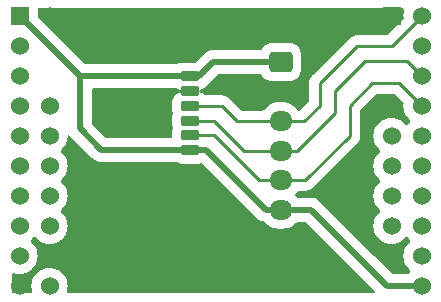
<source format=gbr>
%TF.GenerationSoftware,KiCad,Pcbnew,7.0.8*%
%TF.CreationDate,2024-04-03T00:29:43-07:00*%
%TF.ProjectId,PrintConnector - R1,5072696e-7443-46f6-9e6e-6563746f7220,rev?*%
%TF.SameCoordinates,Original*%
%TF.FileFunction,Copper,L1,Top*%
%TF.FilePolarity,Positive*%
%FSLAX46Y46*%
G04 Gerber Fmt 4.6, Leading zero omitted, Abs format (unit mm)*
G04 Created by KiCad (PCBNEW 7.0.8) date 2024-04-03 00:29:43*
%MOMM*%
%LPD*%
G01*
G04 APERTURE LIST*
G04 Aperture macros list*
%AMRoundRect*
0 Rectangle with rounded corners*
0 $1 Rounding radius*
0 $2 $3 $4 $5 $6 $7 $8 $9 X,Y pos of 4 corners*
0 Add a 4 corners polygon primitive as box body*
4,1,4,$2,$3,$4,$5,$6,$7,$8,$9,$2,$3,0*
0 Add four circle primitives for the rounded corners*
1,1,$1+$1,$2,$3*
1,1,$1+$1,$4,$5*
1,1,$1+$1,$6,$7*
1,1,$1+$1,$8,$9*
0 Add four rect primitives between the rounded corners*
20,1,$1+$1,$2,$3,$4,$5,0*
20,1,$1+$1,$4,$5,$6,$7,0*
20,1,$1+$1,$6,$7,$8,$9,0*
20,1,$1+$1,$8,$9,$2,$3,0*%
G04 Aperture macros list end*
%TA.AperFunction,ComponentPad*%
%ADD10R,1.524000X1.524000*%
%TD*%
%TA.AperFunction,ComponentPad*%
%ADD11C,1.524000*%
%TD*%
%TA.AperFunction,SMDPad,CuDef*%
%ADD12RoundRect,0.200000X-0.600000X0.200000X-0.600000X-0.200000X0.600000X-0.200000X0.600000X0.200000X0*%
%TD*%
%TA.AperFunction,SMDPad,CuDef*%
%ADD13RoundRect,0.250001X-1.249999X0.799999X-1.249999X-0.799999X1.249999X-0.799999X1.249999X0.799999X0*%
%TD*%
%TA.AperFunction,ComponentPad*%
%ADD14RoundRect,0.250000X-0.725000X0.600000X-0.725000X-0.600000X0.725000X-0.600000X0.725000X0.600000X0*%
%TD*%
%TA.AperFunction,ComponentPad*%
%ADD15O,1.950000X1.700000*%
%TD*%
%TA.AperFunction,ViaPad*%
%ADD16C,1.524000*%
%TD*%
%TA.AperFunction,Conductor*%
%ADD17C,0.508000*%
%TD*%
%TA.AperFunction,Conductor*%
%ADD18C,0.250000*%
%TD*%
G04 APERTURE END LIST*
D10*
%TO.P,J1,1,3V3*%
%TO.N,+3V3*%
X1270000Y24130000D03*
D11*
%TO.P,J1,2,SVP*%
%TO.N,unconnected-(J1-SVP-Pad2)*%
X1270000Y21590000D03*
%TO.P,J1,3,G34*%
%TO.N,unconnected-(J1-G34-Pad3)*%
X1270000Y19050000D03*
%TO.P,J1,4,G32*%
%TO.N,unconnected-(J1-G32-Pad4)*%
X1270000Y16510000D03*
%TO.P,J1,5,G25*%
%TO.N,unconnected-(J1-G25-Pad5)*%
X1270000Y13970000D03*
%TO.P,J1,6,G27*%
%TO.N,unconnected-(J1-G27-Pad6)*%
X1270000Y11430000D03*
%TO.P,J1,7,G12*%
%TO.N,unconnected-(J1-G12-Pad7)*%
X1270000Y8890000D03*
%TO.P,J1,8,SD2*%
%TO.N,unconnected-(J1-SD2-Pad8)*%
X1270000Y6350000D03*
%TO.P,J1,9,CMD*%
%TO.N,unconnected-(J1-CMD-Pad9)*%
X1270000Y3810000D03*
%TO.P,J1,10,GND*%
%TO.N,GND*%
X1270000Y1270000D03*
%TO.P,J1,11,GND*%
X3810000Y24130000D03*
%TO.P,J1,14,G35*%
%TO.N,unconnected-(J1-G35-Pad14)*%
X3810000Y16510000D03*
%TO.P,J1,15,G33*%
%TO.N,unconnected-(J1-G33-Pad15)*%
X3810000Y13970000D03*
%TO.P,J1,16,G26*%
%TO.N,unconnected-(J1-G26-Pad16)*%
X3810000Y11430000D03*
%TO.P,J1,17,G14*%
%TO.N,unconnected-(J1-G14-Pad17)*%
X3810000Y8890000D03*
%TO.P,J1,18,G13*%
%TO.N,unconnected-(J1-G13-Pad18)*%
X3810000Y6350000D03*
%TO.P,J1,20,5V*%
%TO.N,+5V*%
X3810000Y1270000D03*
D10*
%TO.P,J1,21,GND*%
%TO.N,GND*%
X32766000Y24130000D03*
D11*
%TO.P,J1,24,GND*%
X32766000Y16510000D03*
%TO.P,J1,25,G18*%
%TO.N,unconnected-(J1-G18-Pad25)*%
X32766000Y13970000D03*
%TO.P,J1,26,G17*%
%TO.N,unconnected-(J1-G17-Pad26)*%
X32766000Y11430000D03*
%TO.P,J1,27,G4*%
%TO.N,unconnected-(J1-G4-Pad27)*%
X32766000Y8890000D03*
%TO.P,J1,28,G2*%
%TO.N,unconnected-(J1-G2-Pad28)*%
X32766000Y6350000D03*
%TO.P,J1,31,G23*%
%TO.N,Net-(J1-G23)*%
X35306000Y24130000D03*
%TO.P,J1,32,G1/TXD*%
%TO.N,unconnected-(J1-G1{slash}TXD-Pad32)*%
X35306000Y21590000D03*
%TO.P,J1,33,G21*%
%TO.N,Net-(J1-G21)*%
X35306000Y19050000D03*
%TO.P,J1,34,G19*%
%TO.N,Net-(J1-G19)*%
X35306000Y16510000D03*
%TO.P,J1,35,G5*%
%TO.N,unconnected-(J1-G5-Pad35)*%
X35306000Y13970000D03*
%TO.P,J1,36,G16*%
%TO.N,unconnected-(J1-G16-Pad36)*%
X35306000Y11430000D03*
%TO.P,J1,37,G0*%
%TO.N,unconnected-(J1-G0-Pad37)*%
X35306000Y8890000D03*
%TO.P,J1,38,G15*%
%TO.N,unconnected-(J1-G15-Pad38)*%
X35306000Y6350000D03*
%TO.P,J1,39,SDO*%
%TO.N,unconnected-(J1-SDO-Pad39)*%
X35306000Y3810000D03*
%TO.P,J1,40,3V3*%
%TO.N,+3V3*%
X35306000Y1270000D03*
%TD*%
D12*
%TO.P,J3,1,Pin_1*%
%TO.N,+3V3*%
X15735000Y19000000D03*
%TO.P,J3,2,Pin_2*%
%TO.N,GND*%
X15735000Y17750000D03*
%TO.P,J3,3,Pin_3*%
%TO.N,Net-(J1-G23)*%
X15735000Y16500000D03*
%TO.P,J3,4,Pin_4*%
%TO.N,Net-(J1-G21)*%
X15735000Y15250000D03*
%TO.P,J3,5,Pin_5*%
%TO.N,Net-(J1-G19)*%
X15735000Y14000000D03*
%TO.P,J3,6,Pin_6*%
%TO.N,+3V3*%
X15735000Y12750000D03*
D13*
%TO.P,J3,MP*%
%TO.N,GND*%
X12835000Y21550000D03*
X12835000Y10200000D03*
%TD*%
D14*
%TO.P,J2,1,Pin_1*%
%TO.N,+3V3*%
X23385000Y20220000D03*
D15*
%TO.P,J2,2,Pin_2*%
%TO.N,GND*%
X23385000Y17720000D03*
%TO.P,J2,3,Pin_3*%
%TO.N,Net-(J1-G23)*%
X23385000Y15220000D03*
%TO.P,J2,4,Pin_4*%
%TO.N,Net-(J1-G21)*%
X23385000Y12720000D03*
%TO.P,J2,5,Pin_5*%
%TO.N,Net-(J1-G19)*%
X23385000Y10220000D03*
%TO.P,J2,6,Pin_6*%
%TO.N,+3V3*%
X23385000Y7720000D03*
%TD*%
D16*
%TO.N,GND*%
X28575000Y23495000D03*
X28575000Y10160000D03*
X28575000Y8255000D03*
X28575000Y1905000D03*
X8255000Y10160000D03*
X8255000Y16510000D03*
X18415000Y8255000D03*
X18415000Y18415000D03*
%TD*%
D17*
%TO.N,+3V3*%
X3810000Y21590000D02*
X3175000Y22225000D01*
X3175000Y22225000D02*
X1270000Y24130000D01*
X6400000Y19000000D02*
X3175000Y22225000D01*
X9525000Y19000000D02*
X6400000Y19000000D01*
X6400000Y19000000D02*
X6350000Y19050000D01*
X9525000Y19000000D02*
X7670000Y19000000D01*
X6350000Y14605000D02*
X6350000Y19050000D01*
X15735000Y19000000D02*
X9525000Y19000000D01*
X8205000Y12750000D02*
X6350000Y14605000D01*
X15735000Y12750000D02*
X8205000Y12750000D01*
X16460000Y19000000D02*
X15735000Y19000000D01*
X17680000Y20220000D02*
X16460000Y19000000D01*
X23385000Y20220000D02*
X17680000Y20220000D01*
D18*
%TO.N,Net-(J1-G23)*%
X19705000Y15220000D02*
X23385000Y15220000D01*
X18425000Y16500000D02*
X19705000Y15220000D01*
X15735000Y16500000D02*
X18425000Y16500000D01*
D17*
%TO.N,+3V3*%
X7670000Y19000000D02*
X7620000Y19050000D01*
X13970000Y12750000D02*
X10745000Y12750000D01*
X12065000Y19000000D02*
X10210000Y19000000D01*
X12700000Y19000000D02*
X12065000Y19000000D01*
X13970000Y12750000D02*
X13285000Y12750000D01*
X15735000Y12750000D02*
X13970000Y12750000D01*
X32385000Y1270000D02*
X35306000Y1270000D01*
X25935000Y7720000D02*
X32385000Y1270000D01*
X23385000Y7720000D02*
X25935000Y7720000D01*
X22125000Y7720000D02*
X23385000Y7720000D01*
X17095000Y12750000D02*
X22125000Y7720000D01*
X15735000Y12750000D02*
X17095000Y12750000D01*
X15735000Y19000000D02*
X12700000Y19000000D01*
D18*
%TO.N,Net-(J1-G23)*%
X26670000Y18415000D02*
X29845000Y21590000D01*
X26670000Y16510000D02*
X26670000Y18415000D01*
X29845000Y21590000D02*
X32766000Y21590000D01*
X25380000Y15220000D02*
X26670000Y16510000D01*
X32766000Y21590000D02*
X35306000Y24130000D01*
X23385000Y15220000D02*
X25380000Y15220000D01*
%TO.N,Net-(J1-G21)*%
X27940000Y15875000D02*
X24785000Y12720000D01*
X24785000Y12720000D02*
X23385000Y12720000D01*
X27940000Y17780000D02*
X27940000Y15875000D01*
X34036000Y20320000D02*
X30480000Y20320000D01*
X30480000Y20320000D02*
X27940000Y17780000D01*
X35306000Y19050000D02*
X34036000Y20320000D01*
%TO.N,Net-(J1-G19)*%
X29210000Y16508604D02*
X29210000Y13970000D01*
X29210000Y13970000D02*
X25460000Y10220000D01*
X33401000Y18415000D02*
X31116396Y18415000D01*
X31116396Y18415000D02*
X29210000Y16508604D01*
X25460000Y10220000D02*
X23385000Y10220000D01*
X35306000Y16510000D02*
X33401000Y18415000D01*
%TO.N,Net-(J1-G21)*%
X20300000Y12720000D02*
X23385000Y12720000D01*
X17770000Y15250000D02*
X20300000Y12720000D01*
X15735000Y15250000D02*
X17770000Y15250000D01*
%TO.N,Net-(J1-G19)*%
X17750000Y14000000D02*
X15735000Y14000000D01*
X21530000Y10220000D02*
X17750000Y14000000D01*
X23385000Y10220000D02*
X21530000Y10220000D01*
%TD*%
%TA.AperFunction,Conductor*%
%TO.N,GND*%
G36*
X5545962Y13981595D02*
G01*
X5553511Y13973206D01*
X5627750Y13882745D01*
X5664183Y13852845D01*
X5668693Y13848757D01*
X7448757Y12068693D01*
X7452845Y12064183D01*
X7482746Y12027748D01*
X7521535Y11995917D01*
X7637528Y11900722D01*
X7793093Y11817572D01*
X7814117Y11806334D01*
X7814123Y11806331D01*
X8005728Y11748208D01*
X8095332Y11739383D01*
X8155066Y11733500D01*
X8155068Y11733500D01*
X8205000Y11728582D01*
X8251900Y11733201D01*
X8257981Y11733500D01*
X10695066Y11733500D01*
X13235066Y11733500D01*
X13920066Y11733500D01*
X14588822Y11733500D01*
X14646233Y11719409D01*
X14776120Y11651561D01*
X14964322Y11597710D01*
X15058748Y11589315D01*
X15079168Y11587500D01*
X15079170Y11587500D01*
X16390830Y11587500D01*
X16390832Y11587500D01*
X16413244Y11589492D01*
X16505677Y11597710D01*
X16671915Y11645277D01*
X16741783Y11644794D01*
X16793708Y11613742D01*
X21368758Y7038692D01*
X21372845Y7034183D01*
X21402744Y6997752D01*
X21402746Y6997750D01*
X21402748Y6997748D01*
X21441531Y6965919D01*
X21441534Y6965917D01*
X21557528Y6870722D01*
X21557531Y6870720D01*
X21719203Y6784306D01*
X21734116Y6776334D01*
X21734121Y6776332D01*
X21925728Y6718208D01*
X21951698Y6715650D01*
X22016485Y6689488D01*
X22033831Y6672780D01*
X22116258Y6576272D01*
X22116265Y6576265D01*
X22309269Y6411423D01*
X22309271Y6411422D01*
X22525676Y6278808D01*
X22760166Y6181680D01*
X22760178Y6181676D01*
X23006972Y6122427D01*
X23006971Y6122427D01*
X23196645Y6107500D01*
X23196647Y6107500D01*
X23573355Y6107500D01*
X23763027Y6122427D01*
X24009821Y6181676D01*
X24009827Y6181678D01*
X24009831Y6181679D01*
X24044172Y6195903D01*
X24244323Y6278808D01*
X24460728Y6411422D01*
X24460730Y6411423D01*
X24460734Y6411426D01*
X24653735Y6576265D01*
X24725279Y6660032D01*
X24783786Y6698225D01*
X24819569Y6703500D01*
X25462590Y6703500D01*
X25529629Y6683815D01*
X25550271Y6667181D01*
X31370770Y846681D01*
X31404255Y785358D01*
X31399271Y715666D01*
X31357399Y659733D01*
X31291935Y635316D01*
X31283089Y635000D01*
X5382259Y635000D01*
X5315220Y654685D01*
X5269465Y707489D01*
X5259521Y776647D01*
X5263254Y792703D01*
X5263232Y792709D01*
X5263985Y795847D01*
X5264326Y797312D01*
X5264368Y797442D01*
X5320387Y1030780D01*
X5339214Y1270000D01*
X5320387Y1509222D01*
X5264369Y1742553D01*
X5172540Y1964249D01*
X5047160Y2168849D01*
X4891318Y2351318D01*
X4708849Y2507160D01*
X4504249Y2632540D01*
X4504246Y2632541D01*
X4504245Y2632542D01*
X4282553Y2724369D01*
X4264588Y2728682D01*
X4049222Y2780387D01*
X3810000Y2799214D01*
X3570778Y2780387D01*
X3415224Y2743041D01*
X3337446Y2724369D01*
X3337445Y2724369D01*
X3115754Y2632542D01*
X3115751Y2632540D01*
X2911153Y2507162D01*
X2911148Y2507158D01*
X2909694Y2505916D01*
X2728682Y2351318D01*
X2643482Y2251561D01*
X2572841Y2168851D01*
X2572837Y2168846D01*
X2447459Y1964248D01*
X2447457Y1964245D01*
X2355630Y1742554D01*
X2355630Y1742553D01*
X2299612Y1509219D01*
X2280786Y1270000D01*
X2299612Y1030780D01*
X2355631Y797442D01*
X2355674Y797312D01*
X2355675Y797259D01*
X2356768Y792709D01*
X2355811Y792479D01*
X2357666Y727471D01*
X2321582Y667640D01*
X2258880Y636815D01*
X2237741Y635000D01*
X759000Y635000D01*
X691961Y654685D01*
X646206Y707489D01*
X635000Y759000D01*
X635000Y2237741D01*
X654685Y2304780D01*
X707489Y2350535D01*
X776647Y2360479D01*
X792703Y2356745D01*
X792709Y2356768D01*
X795847Y2356014D01*
X797312Y2355674D01*
X797442Y2355631D01*
X1030781Y2299612D01*
X1030780Y2299612D01*
X1270000Y2280786D01*
X1509219Y2299612D01*
X1742553Y2355630D01*
X1742554Y2355630D01*
X1964245Y2447457D01*
X1964248Y2447459D01*
X2168846Y2572837D01*
X2168851Y2572841D01*
X2251561Y2643482D01*
X2351318Y2728682D01*
X2451073Y2845481D01*
X2507158Y2911148D01*
X2507162Y2911153D01*
X2632540Y3115751D01*
X2632542Y3115754D01*
X2724369Y3337445D01*
X2724369Y3337446D01*
X2780387Y3570780D01*
X2799214Y3810000D01*
X2780387Y4049222D01*
X2724369Y4282553D01*
X2632540Y4504249D01*
X2507160Y4708849D01*
X2351318Y4891318D01*
X2240798Y4985709D01*
X2202605Y5044216D01*
X2202106Y5114084D01*
X2239460Y5173131D01*
X2240799Y5174291D01*
X2351318Y5268682D01*
X2445709Y5379201D01*
X2504216Y5417395D01*
X2574084Y5417894D01*
X2633131Y5380540D01*
X2634291Y5379201D01*
X2728682Y5268681D01*
X2911148Y5112841D01*
X2911153Y5112837D01*
X3115751Y4987459D01*
X3115754Y4987457D01*
X3337446Y4895630D01*
X3570781Y4839612D01*
X3570780Y4839612D01*
X3810000Y4820786D01*
X4049219Y4839612D01*
X4282553Y4895630D01*
X4282554Y4895630D01*
X4504245Y4987457D01*
X4504248Y4987459D01*
X4708846Y5112837D01*
X4708851Y5112841D01*
X4791561Y5183482D01*
X4891318Y5268682D01*
X5018756Y5417894D01*
X5047158Y5451148D01*
X5047162Y5451153D01*
X5172540Y5655751D01*
X5172542Y5655754D01*
X5264369Y5877445D01*
X5264369Y5877446D01*
X5320387Y6110780D01*
X5321304Y6122428D01*
X5339214Y6350000D01*
X5320387Y6589222D01*
X5264369Y6822553D01*
X5204985Y6965919D01*
X5172542Y7044245D01*
X5172540Y7044248D01*
X5172540Y7044249D01*
X5047160Y7248849D01*
X4891318Y7431318D01*
X4780798Y7525709D01*
X4742605Y7584216D01*
X4742106Y7654084D01*
X4779460Y7713131D01*
X4780799Y7714291D01*
X4891318Y7808682D01*
X5047158Y7991148D01*
X5047162Y7991153D01*
X5172540Y8195751D01*
X5172542Y8195754D01*
X5264369Y8417445D01*
X5264369Y8417446D01*
X5283041Y8495224D01*
X5320387Y8650778D01*
X5339214Y8890000D01*
X5320387Y9129222D01*
X5264369Y9362553D01*
X5262009Y9368250D01*
X5172542Y9584245D01*
X5172540Y9584248D01*
X5172540Y9584249D01*
X5047160Y9788849D01*
X4891318Y9971318D01*
X4780798Y10065709D01*
X4742605Y10124216D01*
X4742106Y10194084D01*
X4779460Y10253131D01*
X4780799Y10254291D01*
X4891318Y10348682D01*
X5047158Y10531148D01*
X5047162Y10531153D01*
X5172540Y10735751D01*
X5172542Y10735754D01*
X5264369Y10957445D01*
X5264369Y10957446D01*
X5283041Y11035224D01*
X5320387Y11190778D01*
X5339214Y11430000D01*
X5320387Y11669222D01*
X5264369Y11902553D01*
X5249284Y11938971D01*
X5172542Y12124245D01*
X5172540Y12124248D01*
X5172540Y12124249D01*
X5047160Y12328849D01*
X4891318Y12511318D01*
X4780798Y12605709D01*
X4742605Y12664216D01*
X4742106Y12734084D01*
X4779460Y12793131D01*
X4780799Y12794291D01*
X4891318Y12888682D01*
X5047158Y13071148D01*
X5047162Y13071153D01*
X5172540Y13275751D01*
X5172542Y13275754D01*
X5264369Y13497445D01*
X5264369Y13497446D01*
X5296028Y13629316D01*
X5320387Y13730778D01*
X5334041Y13904272D01*
X5358923Y13969558D01*
X5415154Y14011029D01*
X5484880Y14015516D01*
X5545962Y13981595D01*
G37*
%TD.AperFunction*%
%TA.AperFunction,Conductor*%
G36*
X33049063Y17507815D02*
G01*
X33069705Y17491181D01*
X33756361Y16804523D01*
X33789846Y16743200D01*
X33792298Y16707114D01*
X33776786Y16510000D01*
X33795612Y16270780D01*
X33851630Y16037446D01*
X33851630Y16037445D01*
X33943457Y15815754D01*
X33943459Y15815751D01*
X34068837Y15611153D01*
X34068841Y15611148D01*
X34224681Y15428682D01*
X34335201Y15334291D01*
X34373395Y15275784D01*
X34373894Y15205916D01*
X34336540Y15146869D01*
X34335232Y15145736D01*
X34224682Y15051318D01*
X34130291Y14940799D01*
X34071784Y14902605D01*
X34001916Y14902106D01*
X33942869Y14939460D01*
X33941709Y14940799D01*
X33847318Y15051318D01*
X33664849Y15207160D01*
X33460249Y15332540D01*
X33460246Y15332541D01*
X33460245Y15332542D01*
X33238553Y15424369D01*
X33220588Y15428682D01*
X33005222Y15480387D01*
X32766000Y15499214D01*
X32526778Y15480387D01*
X32371224Y15443041D01*
X32293446Y15424369D01*
X32293445Y15424369D01*
X32071754Y15332542D01*
X32071751Y15332540D01*
X31867153Y15207162D01*
X31867148Y15207158D01*
X31801481Y15151073D01*
X31684682Y15051318D01*
X31599482Y14951561D01*
X31528841Y14868851D01*
X31528837Y14868846D01*
X31403459Y14664248D01*
X31403457Y14664245D01*
X31311630Y14442554D01*
X31311630Y14442553D01*
X31255612Y14209219D01*
X31236786Y13970000D01*
X31255612Y13730780D01*
X31311630Y13497446D01*
X31311630Y13497445D01*
X31403457Y13275754D01*
X31403459Y13275751D01*
X31528837Y13071153D01*
X31528841Y13071148D01*
X31684681Y12888682D01*
X31795201Y12794291D01*
X31833395Y12735784D01*
X31833894Y12665916D01*
X31796540Y12606869D01*
X31795201Y12605709D01*
X31684681Y12511317D01*
X31528841Y12328851D01*
X31528837Y12328846D01*
X31403459Y12124248D01*
X31403457Y12124245D01*
X31311630Y11902554D01*
X31311630Y11902553D01*
X31255612Y11669219D01*
X31236786Y11430000D01*
X31255612Y11190780D01*
X31311630Y10957446D01*
X31311630Y10957445D01*
X31403457Y10735754D01*
X31403459Y10735751D01*
X31528837Y10531153D01*
X31528841Y10531148D01*
X31684681Y10348682D01*
X31795201Y10254291D01*
X31833395Y10195784D01*
X31833894Y10125916D01*
X31796540Y10066869D01*
X31795201Y10065709D01*
X31684681Y9971317D01*
X31528841Y9788851D01*
X31528837Y9788846D01*
X31403459Y9584248D01*
X31403457Y9584245D01*
X31311630Y9362554D01*
X31311630Y9362553D01*
X31255612Y9129219D01*
X31236786Y8890000D01*
X31255612Y8650780D01*
X31311630Y8417446D01*
X31311630Y8417445D01*
X31403457Y8195754D01*
X31403459Y8195751D01*
X31528837Y7991153D01*
X31528841Y7991148D01*
X31684681Y7808682D01*
X31795201Y7714291D01*
X31833395Y7655784D01*
X31833894Y7585916D01*
X31796540Y7526869D01*
X31795201Y7525709D01*
X31684681Y7431317D01*
X31528841Y7248851D01*
X31528837Y7248846D01*
X31403459Y7044248D01*
X31403457Y7044245D01*
X31311630Y6822554D01*
X31311630Y6822553D01*
X31255612Y6589219D01*
X31236786Y6350000D01*
X31255612Y6110780D01*
X31311630Y5877446D01*
X31311630Y5877445D01*
X31403457Y5655754D01*
X31403459Y5655751D01*
X31528837Y5451153D01*
X31528841Y5451148D01*
X31684682Y5268682D01*
X31867148Y5112841D01*
X31867153Y5112837D01*
X32071751Y4987459D01*
X32071754Y4987457D01*
X32293446Y4895630D01*
X32526781Y4839612D01*
X32526780Y4839612D01*
X32766000Y4820786D01*
X33005219Y4839612D01*
X33238553Y4895630D01*
X33238554Y4895630D01*
X33460245Y4987457D01*
X33460248Y4987459D01*
X33664846Y5112837D01*
X33664851Y5112841D01*
X33847317Y5268681D01*
X33941709Y5379201D01*
X34000216Y5417395D01*
X34070084Y5417894D01*
X34129131Y5380540D01*
X34130291Y5379201D01*
X34224682Y5268682D01*
X34335201Y5174291D01*
X34373395Y5115784D01*
X34373894Y5045916D01*
X34336540Y4986869D01*
X34335201Y4985709D01*
X34224681Y4891317D01*
X34068841Y4708851D01*
X34068837Y4708846D01*
X33943459Y4504248D01*
X33943457Y4504245D01*
X33851630Y4282554D01*
X33851630Y4282553D01*
X33795612Y4049219D01*
X33776786Y3810000D01*
X33795612Y3570780D01*
X33851630Y3337446D01*
X33851630Y3337445D01*
X33943457Y3115754D01*
X33943459Y3115751D01*
X34068837Y2911153D01*
X34068841Y2911148D01*
X34224681Y2728682D01*
X34335201Y2634291D01*
X34373395Y2575784D01*
X34373894Y2505916D01*
X34336540Y2446869D01*
X34335232Y2445736D01*
X34229732Y2355631D01*
X34224680Y2351316D01*
X34224676Y2351312D01*
X34206448Y2329969D01*
X34147941Y2291775D01*
X34112157Y2286500D01*
X32857410Y2286500D01*
X32790371Y2306185D01*
X32769729Y2322819D01*
X31282548Y3810000D01*
X26691234Y8401312D01*
X26687154Y8405815D01*
X26657253Y8442251D01*
X26657252Y8442252D01*
X26502469Y8569278D01*
X26325880Y8663667D01*
X26134269Y8721792D01*
X26034720Y8731596D01*
X25935000Y8741419D01*
X25903617Y8738327D01*
X25888092Y8736799D01*
X25882011Y8736500D01*
X24819569Y8736500D01*
X24752530Y8756185D01*
X24725279Y8779968D01*
X24719339Y8786921D01*
X24653735Y8863735D01*
X24639714Y8875709D01*
X24601521Y8934215D01*
X24601021Y9004083D01*
X24638374Y9063130D01*
X24639715Y9064291D01*
X24653735Y9076265D01*
X24818574Y9269266D01*
X24821037Y9273285D01*
X24872847Y9320163D01*
X24926767Y9332500D01*
X25380392Y9332500D01*
X25399789Y9330973D01*
X25402800Y9330496D01*
X25413294Y9328834D01*
X25413295Y9328834D01*
X25413296Y9328834D01*
X25481625Y9332415D01*
X25484869Y9332500D01*
X25506514Y9332500D01*
X25506515Y9332500D01*
X25528056Y9334763D01*
X25531280Y9335017D01*
X25599600Y9338597D01*
X25599604Y9338598D01*
X25612817Y9342138D01*
X25631939Y9345682D01*
X25645533Y9347111D01*
X25645541Y9347112D01*
X25710595Y9368250D01*
X25713707Y9369171D01*
X25779803Y9386882D01*
X25791991Y9393092D01*
X25809965Y9400537D01*
X25822962Y9404760D01*
X25822967Y9404762D01*
X25882239Y9438982D01*
X25885033Y9440500D01*
X25928481Y9462638D01*
X25946029Y9471579D01*
X25946032Y9471581D01*
X25956658Y9480185D01*
X25972683Y9491198D01*
X25984524Y9498035D01*
X25984531Y9498040D01*
X25996078Y9508437D01*
X26035395Y9543838D01*
X26037831Y9545919D01*
X26054666Y9559552D01*
X26069960Y9574846D01*
X26072299Y9577067D01*
X26123170Y9622871D01*
X26123173Y9622873D01*
X26131212Y9633939D01*
X26143850Y9648736D01*
X29781263Y13286149D01*
X29796059Y13298786D01*
X29797438Y13299788D01*
X29807125Y13306826D01*
X29807129Y13306829D01*
X29852916Y13357682D01*
X29855151Y13360037D01*
X29870443Y13375329D01*
X29870448Y13375334D01*
X29884067Y13392151D01*
X29886157Y13394600D01*
X29931958Y13445467D01*
X29938799Y13457316D01*
X29949815Y13473344D01*
X29958422Y13483973D01*
X29989482Y13544933D01*
X29991032Y13547787D01*
X30025235Y13607027D01*
X30025235Y13607028D01*
X30025238Y13607033D01*
X30029462Y13620035D01*
X30036907Y13638007D01*
X30043113Y13650189D01*
X30043117Y13650196D01*
X30060830Y13716304D01*
X30061735Y13719362D01*
X30082888Y13784462D01*
X30084317Y13798059D01*
X30087862Y13817190D01*
X30091402Y13830400D01*
X30094982Y13898729D01*
X30095237Y13901963D01*
X30095480Y13904269D01*
X30097500Y13923485D01*
X30097500Y13945130D01*
X30097585Y13948376D01*
X30098886Y13973206D01*
X30101166Y14016704D01*
X30099026Y14030210D01*
X30097500Y14049607D01*
X30097500Y16089628D01*
X30117185Y16156667D01*
X30133819Y16177309D01*
X31447691Y17491181D01*
X31509014Y17524666D01*
X31535372Y17527500D01*
X32982024Y17527500D01*
X33049063Y17507815D01*
G37*
%TD.AperFunction*%
%TA.AperFunction,Conductor*%
G36*
X7623090Y17983201D02*
G01*
X7670000Y17978581D01*
X7716910Y17983201D01*
X7722991Y17983500D01*
X9475066Y17983500D01*
X10160066Y17983500D01*
X12015066Y17983500D01*
X12650066Y17983500D01*
X14588822Y17983500D01*
X14646233Y17969409D01*
X14776120Y17901561D01*
X14889164Y17869216D01*
X14948202Y17831848D01*
X14977665Y17768495D01*
X14968200Y17699269D01*
X14922811Y17646150D01*
X14889164Y17630784D01*
X14776120Y17598438D01*
X14602612Y17507805D01*
X14569492Y17480799D01*
X14450899Y17384100D01*
X14372168Y17287543D01*
X14327195Y17232388D01*
X14236562Y17058880D01*
X14236561Y17058877D01*
X14182710Y16870677D01*
X14180098Y16841295D01*
X14172722Y16758323D01*
X14172500Y16755830D01*
X14172500Y16244170D01*
X14182710Y16129322D01*
X14236561Y15941120D01*
X14241113Y15932407D01*
X14254702Y15863871D01*
X14241113Y15817593D01*
X14236561Y15808879D01*
X14182710Y15620677D01*
X14172500Y15505830D01*
X14172500Y14994170D01*
X14182710Y14879322D01*
X14236561Y14691120D01*
X14241113Y14682407D01*
X14254702Y14613871D01*
X14241113Y14567593D01*
X14236561Y14558879D01*
X14182710Y14370677D01*
X14172500Y14255830D01*
X14172500Y13890500D01*
X14152815Y13823461D01*
X14100011Y13777706D01*
X14048500Y13766500D01*
X8677410Y13766500D01*
X8610371Y13786185D01*
X8589729Y13802819D01*
X7402819Y14989729D01*
X7369334Y15051052D01*
X7366500Y15077410D01*
X7366500Y17859500D01*
X7386185Y17926539D01*
X7438989Y17972294D01*
X7490500Y17983500D01*
X7617009Y17983500D01*
X7623090Y17983201D01*
G37*
%TD.AperFunction*%
%TA.AperFunction,Conductor*%
G36*
X33800780Y24745315D02*
G01*
X33846535Y24692511D01*
X33856479Y24623353D01*
X33852745Y24607296D01*
X33852768Y24607291D01*
X33852014Y24604152D01*
X33851674Y24602688D01*
X33851631Y24602557D01*
X33795612Y24369219D01*
X33776786Y24129999D01*
X33792298Y23932884D01*
X33777933Y23864507D01*
X33756361Y23835475D01*
X32434705Y22513819D01*
X32373382Y22480334D01*
X32347024Y22477500D01*
X29924608Y22477500D01*
X29905210Y22479026D01*
X29891704Y22481166D01*
X29823374Y22477584D01*
X29820131Y22477500D01*
X29798485Y22477500D01*
X29776945Y22475235D01*
X29773730Y22474982D01*
X29705399Y22471402D01*
X29692189Y22467862D01*
X29673057Y22464317D01*
X29667963Y22463781D01*
X29659462Y22462888D01*
X29594379Y22441741D01*
X29591298Y22440828D01*
X29525196Y22423117D01*
X29520400Y22420673D01*
X29513007Y22416907D01*
X29495035Y22409462D01*
X29482033Y22405238D01*
X29482028Y22405235D01*
X29482027Y22405235D01*
X29422787Y22371032D01*
X29419940Y22369486D01*
X29398112Y22358364D01*
X29358973Y22338422D01*
X29358971Y22338420D01*
X29358970Y22338420D01*
X29348340Y22329812D01*
X29332316Y22318799D01*
X29320467Y22311958D01*
X29269600Y22266157D01*
X29267151Y22264067D01*
X29250334Y22250448D01*
X29250329Y22250443D01*
X29235037Y22235151D01*
X29232682Y22232916D01*
X29181826Y22187125D01*
X29181824Y22187123D01*
X29173787Y22176060D01*
X29161148Y22161262D01*
X26098739Y19098853D01*
X26083944Y19086216D01*
X26072873Y19078173D01*
X26027082Y19027317D01*
X26024848Y19024962D01*
X26009558Y19009673D01*
X26009552Y19009666D01*
X25995919Y18992831D01*
X25993838Y18990395D01*
X25958437Y18951078D01*
X25948040Y18939531D01*
X25948035Y18939524D01*
X25941198Y18927683D01*
X25930185Y18911658D01*
X25921581Y18901032D01*
X25921579Y18901029D01*
X25921355Y18900589D01*
X25890500Y18840033D01*
X25888982Y18837239D01*
X25854762Y18777967D01*
X25854760Y18777962D01*
X25850537Y18764965D01*
X25843092Y18746991D01*
X25836882Y18734803D01*
X25819171Y18668707D01*
X25818250Y18665595D01*
X25797112Y18600541D01*
X25797111Y18600533D01*
X25795682Y18586939D01*
X25792138Y18567817D01*
X25788598Y18554604D01*
X25788597Y18554600D01*
X25785017Y18486280D01*
X25784763Y18483045D01*
X25782500Y18461514D01*
X25782500Y18439869D01*
X25782415Y18436623D01*
X25778834Y18368296D01*
X25780973Y18354791D01*
X25782500Y18335392D01*
X25782500Y16928976D01*
X25762815Y16861937D01*
X25746181Y16841295D01*
X25048705Y16143819D01*
X24987382Y16110334D01*
X24961024Y16107500D01*
X24926767Y16107500D01*
X24859728Y16127185D01*
X24821037Y16166715D01*
X24818576Y16170730D01*
X24818574Y16170734D01*
X24653735Y16363735D01*
X24460734Y16528574D01*
X24244323Y16661191D01*
X24009831Y16758321D01*
X23763031Y16817572D01*
X23649224Y16826528D01*
X23573355Y16832500D01*
X23573353Y16832500D01*
X23196647Y16832500D01*
X23196645Y16832500D01*
X23120775Y16826528D01*
X23006969Y16817572D01*
X22760169Y16758321D01*
X22636545Y16707114D01*
X22525676Y16661191D01*
X22397433Y16582603D01*
X22309266Y16528574D01*
X22116265Y16363735D01*
X22014145Y16244168D01*
X21951423Y16170730D01*
X21948963Y16166715D01*
X21897153Y16119837D01*
X21843233Y16107500D01*
X20123976Y16107500D01*
X20056937Y16127185D01*
X20036295Y16143819D01*
X19816379Y16363735D01*
X19108847Y17071265D01*
X19096217Y17086053D01*
X19088174Y17097125D01*
X19037308Y17142923D01*
X19034987Y17145125D01*
X19019666Y17160448D01*
X19002825Y17174084D01*
X19000426Y17176132D01*
X18949533Y17221958D01*
X18937686Y17228797D01*
X18921659Y17239811D01*
X18911030Y17248420D01*
X18850046Y17279492D01*
X18847226Y17281024D01*
X18835935Y17287543D01*
X18787967Y17315238D01*
X18774956Y17319464D01*
X18756985Y17326910D01*
X18744804Y17333117D01*
X18678681Y17350833D01*
X18675623Y17351739D01*
X18610538Y17372888D01*
X18604828Y17373488D01*
X18596942Y17374317D01*
X18577804Y17377863D01*
X18564601Y17381402D01*
X18496236Y17384984D01*
X18493094Y17385231D01*
X18471515Y17387500D01*
X18471509Y17387500D01*
X18449869Y17387500D01*
X18446625Y17387584D01*
X18378296Y17391166D01*
X18364789Y17389026D01*
X18345392Y17387500D01*
X17059077Y17387500D01*
X16992038Y17407185D01*
X16980716Y17415398D01*
X16947349Y17442605D01*
X16867388Y17507805D01*
X16693880Y17598438D01*
X16580833Y17630784D01*
X16521798Y17668152D01*
X16492334Y17731505D01*
X16501799Y17800731D01*
X16547188Y17853850D01*
X16580832Y17869215D01*
X16693880Y17901562D01*
X16867388Y17992195D01*
X16928072Y18041677D01*
X17019097Y18115897D01*
X17019098Y18115898D01*
X17019100Y18115900D01*
X17080154Y18190777D01*
X17097591Y18208269D01*
X17182253Y18277749D01*
X17212153Y18314183D01*
X17216232Y18318684D01*
X18064729Y19167181D01*
X18126052Y19200666D01*
X18152410Y19203500D01*
X21660239Y19203500D01*
X21727278Y19183815D01*
X21769597Y19137953D01*
X21814059Y19054768D01*
X21814065Y19054761D01*
X21940589Y18900589D01*
X22094761Y18774065D01*
X22094768Y18774060D01*
X22270651Y18680048D01*
X22461518Y18622149D01*
X22566312Y18611828D01*
X22610259Y18607500D01*
X22610261Y18607500D01*
X22610262Y18607500D01*
X24159736Y18607500D01*
X24308481Y18622149D01*
X24308483Y18622149D01*
X24308485Y18622150D01*
X24499342Y18680046D01*
X24499348Y18680048D01*
X24675231Y18774060D01*
X24675238Y18774065D01*
X24829410Y18900589D01*
X24955934Y19054761D01*
X24955936Y19054763D01*
X24958201Y19059000D01*
X25049951Y19230651D01*
X25049951Y19230654D01*
X25049954Y19230658D01*
X25107850Y19421515D01*
X25122500Y19570259D01*
X25122499Y20869740D01*
X25107850Y21018485D01*
X25049954Y21209342D01*
X25043299Y21221792D01*
X24955939Y21385231D01*
X24955936Y21385237D01*
X24829410Y21539410D01*
X24675237Y21665936D01*
X24499342Y21759954D01*
X24308485Y21817850D01*
X24159741Y21832500D01*
X22610260Y21832499D01*
X22461515Y21817850D01*
X22270658Y21759954D01*
X22270654Y21759951D01*
X22270651Y21759951D01*
X22094768Y21665939D01*
X22094766Y21665937D01*
X22094763Y21665936D01*
X22094761Y21665934D01*
X21940589Y21539410D01*
X21814065Y21385238D01*
X21814059Y21385231D01*
X21769597Y21302047D01*
X21720635Y21252202D01*
X21660239Y21236500D01*
X17732991Y21236500D01*
X17726910Y21236799D01*
X17714355Y21238035D01*
X17680000Y21241419D01*
X17480731Y21221792D01*
X17289121Y21163668D01*
X17289118Y21163666D01*
X17289116Y21163666D01*
X17112537Y21069283D01*
X17112534Y21069281D01*
X17112532Y21069279D01*
X17112531Y21069279D01*
X17062723Y21028402D01*
X16957748Y20942252D01*
X16957746Y20942250D01*
X16957745Y20942249D01*
X16927846Y20905816D01*
X16923766Y20901314D01*
X16531134Y20508682D01*
X16221271Y20198819D01*
X16159948Y20165334D01*
X16133590Y20162500D01*
X15079168Y20162500D01*
X14964320Y20152289D01*
X14776120Y20098438D01*
X14646233Y20030591D01*
X14588822Y20016500D01*
X7954003Y20016500D01*
X7918008Y20021839D01*
X7889156Y20030591D01*
X7819269Y20051791D01*
X7620000Y20071419D01*
X7420731Y20051791D01*
X7369285Y20036185D01*
X7321992Y20021839D01*
X7285997Y20016500D01*
X6872410Y20016500D01*
X6805371Y20036185D01*
X6784729Y20052819D01*
X3858465Y22979083D01*
X2830818Y24006729D01*
X2797333Y24068052D01*
X2794499Y24094410D01*
X2794499Y24641000D01*
X2814184Y24708039D01*
X2866988Y24753794D01*
X2918499Y24765000D01*
X33733741Y24765000D01*
X33800780Y24745315D01*
G37*
%TD.AperFunction*%
%TD*%
M02*

</source>
